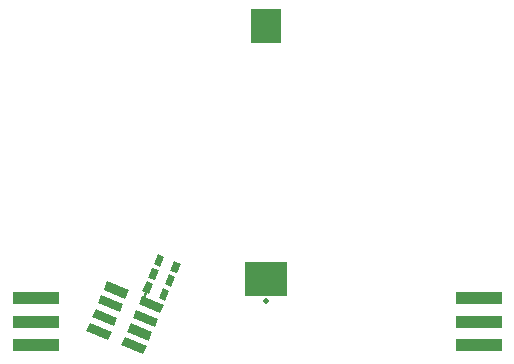
<source format=gbs>
G04 #@! TF.FileFunction,Soldermask,Bot*
%FSLAX46Y46*%
G04 Gerber Fmt 4.6, Leading zero omitted, Abs format (unit mm)*
G04 Created by KiCad (PCBNEW 4.0.0-rc2-stable) date 3/3/2016 3:07:13 PM*
%MOMM*%
G01*
G04 APERTURE LIST*
%ADD10C,0.150000*%
%ADD11R,4.000000X1.000000*%
%ADD12C,0.600000*%
%ADD13R,2.600000X3.000000*%
%ADD14R,3.600000X3.000000*%
%ADD15C,0.500000*%
G04 APERTURE END LIST*
D10*
D11*
X86521140Y-50192207D03*
X86521140Y-48192207D03*
X86521140Y-46192207D03*
D12*
X85521140Y-50192207D03*
X85521140Y-48192207D03*
X85521140Y-46192207D03*
D11*
X49020840Y-46192207D03*
X49020840Y-48192207D03*
X49020840Y-50192207D03*
D12*
X50020840Y-46192207D03*
X50020840Y-48192207D03*
X50020840Y-50192207D03*
D13*
X68524475Y-23148397D03*
D14*
X68524475Y-44548397D03*
D15*
X68524475Y-46448397D03*
D10*
G36*
X55042138Y-44759312D02*
X56891209Y-45521503D01*
X56601576Y-46224150D01*
X54752505Y-45461959D01*
X55042138Y-44759312D01*
X55042138Y-44759312D01*
G37*
G36*
X54558146Y-45933472D02*
X56407217Y-46695663D01*
X56117584Y-47398310D01*
X54268513Y-46636119D01*
X54558146Y-45933472D01*
X54558146Y-45933472D01*
G37*
G36*
X54074155Y-47107633D02*
X55923226Y-47869824D01*
X55633593Y-48572471D01*
X53784522Y-47810280D01*
X54074155Y-47107633D01*
X54074155Y-47107633D01*
G37*
G36*
X53590164Y-48281793D02*
X55439235Y-49043984D01*
X55149602Y-49746631D01*
X53300531Y-48984440D01*
X53590164Y-48281793D01*
X53590164Y-48281793D01*
G37*
G36*
X58000652Y-45978817D02*
X59849723Y-46741008D01*
X59560090Y-47443655D01*
X57711019Y-46681464D01*
X58000652Y-45978817D01*
X58000652Y-45978817D01*
G37*
G36*
X57516661Y-47152977D02*
X59365732Y-47915168D01*
X59076099Y-48617815D01*
X57227028Y-47855624D01*
X57516661Y-47152977D01*
X57516661Y-47152977D01*
G37*
G36*
X57032670Y-48327138D02*
X58881741Y-49089329D01*
X58592108Y-49791976D01*
X56743037Y-49029785D01*
X57032670Y-48327138D01*
X57032670Y-48327138D01*
G37*
G36*
X56544867Y-49510543D02*
X58393938Y-50272734D01*
X58111927Y-50956891D01*
X56262856Y-50194700D01*
X56544867Y-49510543D01*
X56544867Y-49510543D01*
G37*
G36*
X59777087Y-45342813D02*
X60331809Y-45571471D01*
X59988823Y-46403553D01*
X59434101Y-46174895D01*
X59777087Y-45342813D01*
X59777087Y-45342813D01*
G37*
G36*
X58390283Y-44771170D02*
X58945005Y-44999828D01*
X58602019Y-45831910D01*
X58047297Y-45603252D01*
X58390283Y-44771170D01*
X58390283Y-44771170D01*
G37*
G36*
X58866653Y-43615500D02*
X59421375Y-43844158D01*
X59078389Y-44676240D01*
X58523667Y-44447582D01*
X58866653Y-43615500D01*
X58866653Y-43615500D01*
G37*
G36*
X60253456Y-44187143D02*
X60808178Y-44415801D01*
X60465192Y-45247883D01*
X59910470Y-45019225D01*
X60253456Y-44187143D01*
X60253456Y-44187143D01*
G37*
G36*
X60729825Y-43031473D02*
X61284547Y-43260131D01*
X60941561Y-44092213D01*
X60386839Y-43863555D01*
X60729825Y-43031473D01*
X60729825Y-43031473D01*
G37*
G36*
X59343022Y-42459830D02*
X59897744Y-42688488D01*
X59554758Y-43520570D01*
X59000036Y-43291912D01*
X59343022Y-42459830D01*
X59343022Y-42459830D01*
G37*
G36*
X58373705Y-45467392D02*
X58558612Y-45543611D01*
X58215627Y-46375694D01*
X58030720Y-46299475D01*
X58373705Y-45467392D01*
X58373705Y-45467392D01*
G37*
M02*

</source>
